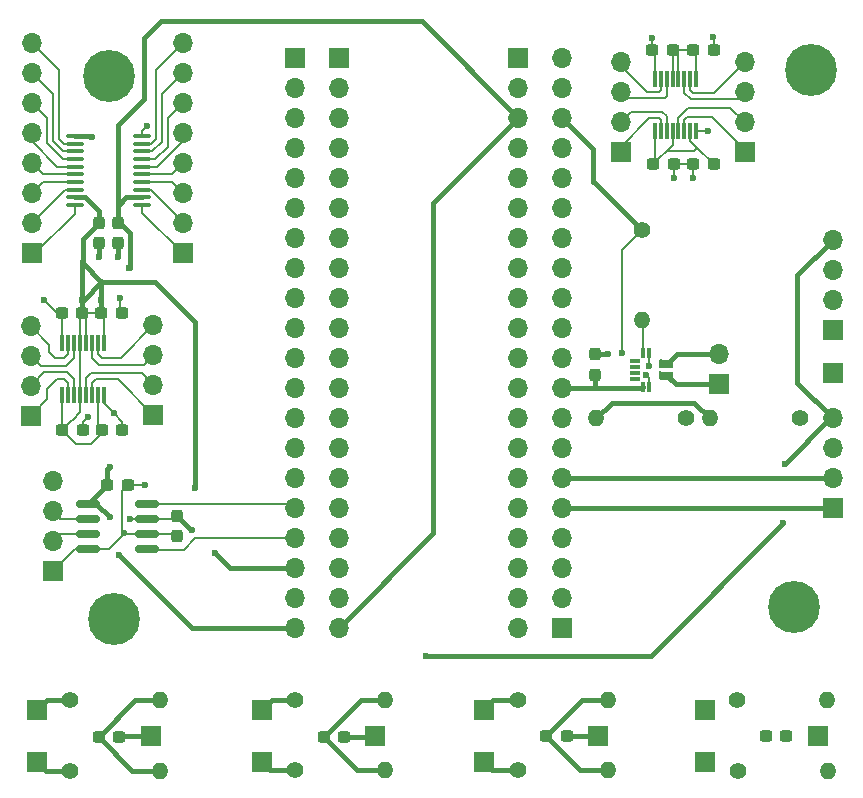
<source format=gbr>
%TF.GenerationSoftware,KiCad,Pcbnew,8.0.6*%
%TF.CreationDate,2024-12-18T15:27:07+01:00*%
%TF.ProjectId,RTR_submodule,5254525f-7375-4626-9d6f-64756c652e6b,rev?*%
%TF.SameCoordinates,Original*%
%TF.FileFunction,Copper,L1,Top*%
%TF.FilePolarity,Positive*%
%FSLAX46Y46*%
G04 Gerber Fmt 4.6, Leading zero omitted, Abs format (unit mm)*
G04 Created by KiCad (PCBNEW 8.0.6) date 2024-12-18 15:27:07*
%MOMM*%
%LPD*%
G01*
G04 APERTURE LIST*
G04 Aperture macros list*
%AMRoundRect*
0 Rectangle with rounded corners*
0 $1 Rounding radius*
0 $2 $3 $4 $5 $6 $7 $8 $9 X,Y pos of 4 corners*
0 Add a 4 corners polygon primitive as box body*
4,1,4,$2,$3,$4,$5,$6,$7,$8,$9,$2,$3,0*
0 Add four circle primitives for the rounded corners*
1,1,$1+$1,$2,$3*
1,1,$1+$1,$4,$5*
1,1,$1+$1,$6,$7*
1,1,$1+$1,$8,$9*
0 Add four rect primitives between the rounded corners*
20,1,$1+$1,$2,$3,$4,$5,0*
20,1,$1+$1,$4,$5,$6,$7,0*
20,1,$1+$1,$6,$7,$8,$9,0*
20,1,$1+$1,$8,$9,$2,$3,0*%
%AMRotRect*
0 Rectangle, with rotation*
0 The origin of the aperture is its center*
0 $1 length*
0 $2 width*
0 $3 Rotation angle, in degrees counterclockwise*
0 Add horizontal line*
21,1,$1,$2,0,0,$3*%
G04 Aperture macros list end*
%TA.AperFunction,ComponentPad*%
%ADD10C,4.400000*%
%TD*%
%TA.AperFunction,SMDPad,CuDef*%
%ADD11RoundRect,0.237500X-0.237500X0.300000X-0.237500X-0.300000X0.237500X-0.300000X0.237500X0.300000X0*%
%TD*%
%TA.AperFunction,SMDPad,CuDef*%
%ADD12RoundRect,0.237500X0.237500X-0.300000X0.237500X0.300000X-0.237500X0.300000X-0.237500X-0.300000X0*%
%TD*%
%TA.AperFunction,SMDPad,CuDef*%
%ADD13R,0.300000X1.425000*%
%TD*%
%TA.AperFunction,ComponentPad*%
%ADD14R,1.700000X1.700000*%
%TD*%
%TA.AperFunction,ComponentPad*%
%ADD15O,1.700000X1.700000*%
%TD*%
%TA.AperFunction,SMDPad,CuDef*%
%ADD16RoundRect,0.150000X0.825000X0.150000X-0.825000X0.150000X-0.825000X-0.150000X0.825000X-0.150000X0*%
%TD*%
%TA.AperFunction,ComponentPad*%
%ADD17C,1.400000*%
%TD*%
%TA.AperFunction,ComponentPad*%
%ADD18O,1.400000X1.400000*%
%TD*%
%TA.AperFunction,SMDPad,CuDef*%
%ADD19RoundRect,0.237500X0.300000X0.237500X-0.300000X0.237500X-0.300000X-0.237500X0.300000X-0.237500X0*%
%TD*%
%TA.AperFunction,SMDPad,CuDef*%
%ADD20R,1.070000X0.800000*%
%TD*%
%TA.AperFunction,SMDPad,CuDef*%
%ADD21RotRect,0.282800X0.282800X225.000000*%
%TD*%
%TA.AperFunction,SMDPad,CuDef*%
%ADD22R,0.200000X0.600000*%
%TD*%
%TA.AperFunction,SMDPad,CuDef*%
%ADD23R,0.300000X0.850000*%
%TD*%
%TA.AperFunction,SMDPad,CuDef*%
%ADD24R,0.850000X0.300000*%
%TD*%
%TA.AperFunction,SMDPad,CuDef*%
%ADD25RoundRect,0.237500X-0.300000X-0.237500X0.300000X-0.237500X0.300000X0.237500X-0.300000X0.237500X0*%
%TD*%
%TA.AperFunction,SMDPad,CuDef*%
%ADD26RoundRect,0.100000X0.637500X0.100000X-0.637500X0.100000X-0.637500X-0.100000X0.637500X-0.100000X0*%
%TD*%
%TA.AperFunction,ViaPad*%
%ADD27C,0.600000*%
%TD*%
%TA.AperFunction,Conductor*%
%ADD28C,0.400000*%
%TD*%
%TA.AperFunction,Conductor*%
%ADD29C,0.200000*%
%TD*%
G04 APERTURE END LIST*
D10*
%TO.P,H4,1,1*%
%TO.N,GND*%
X111500000Y-67500000D03*
%TD*%
%TO.P,H3,1,1*%
%TO.N,GND*%
X169500000Y-112500000D03*
%TD*%
%TO.P,H2,1,1*%
%TO.N,GND*%
X171000000Y-67000000D03*
%TD*%
%TO.P,H1,1,1*%
%TO.N,GND*%
X112000000Y-113500000D03*
%TD*%
D11*
%TO.P,M:C10,1*%
%TO.N,5V*%
X110691250Y-79962500D03*
%TO.P,M:C10,2*%
%TO.N,GND*%
X110691250Y-81687500D03*
%TD*%
D12*
%TO.P,M:C12,1*%
%TO.N,A4*%
X152700000Y-92825000D03*
%TO.P,M:C12,2*%
%TO.N,GND*%
X152700000Y-91100000D03*
%TD*%
D13*
%TO.P,U2,1,VCC*%
%TO.N,5V*%
X107600000Y-94524000D03*
%TO.P,U2,2,VOUTA*%
%TO.N,OUTA1*%
X108100000Y-94524000D03*
%TO.P,U2,3,VOUTB*%
%TO.N,OUTB1*%
X108600000Y-94524000D03*
%TO.P,U2,4,IDLSEL*%
%TO.N,5V*%
X109100000Y-94524000D03*
%TO.P,U2,5,INB*%
%TO.N,INB1*%
X109600000Y-94524000D03*
%TO.P,U2,6,INA*%
%TO.N,INA1*%
X110100000Y-94524000D03*
%TO.P,U2,7,IOVCC*%
%TO.N,5V*%
X110600000Y-94524000D03*
%TO.P,U2,8,GND*%
%TO.N,GND*%
X111100000Y-94524000D03*
%TO.P,U2,9,\u002APD*%
%TO.N,5V*%
X111100000Y-90100000D03*
%TO.P,U2,10,IND*%
%TO.N,IND1*%
X110600000Y-90100000D03*
%TO.P,U2,11,INC*%
%TO.N,INC1*%
X110100000Y-90100000D03*
%TO.P,U2,12,REF*%
%TO.N,5V*%
X109600000Y-90100000D03*
%TO.P,U2,13,REFSEL*%
X109100000Y-90100000D03*
%TO.P,U2,14,VOUTC*%
%TO.N,OUTC1*%
X108600000Y-90100000D03*
%TO.P,U2,15,VOUTD*%
%TO.N,OUTD1*%
X108100000Y-90100000D03*
%TO.P,U2,16,GND*%
%TO.N,GND*%
X107600000Y-90100000D03*
%TD*%
D14*
%TO.P,J7,1,Pin_1*%
%TO.N,Net-(J7-Pin_1)*%
X104991250Y-82525000D03*
D15*
%TO.P,J7,2,Pin_2*%
%TO.N,Net-(J7-Pin_2)*%
X104991250Y-79985000D03*
%TO.P,J7,3,Pin_3*%
%TO.N,Net-(J7-Pin_3)*%
X104991250Y-77445000D03*
%TO.P,J7,4,Pin_4*%
%TO.N,Net-(J7-Pin_4)*%
X104991250Y-74905000D03*
%TO.P,J7,5,Pin_5*%
%TO.N,Net-(J7-Pin_5)*%
X104991250Y-72365000D03*
%TO.P,J7,6,Pin_6*%
%TO.N,Net-(J7-Pin_6)*%
X104991250Y-69825000D03*
%TO.P,J7,7,Pin_7*%
%TO.N,Net-(J7-Pin_7)*%
X104991250Y-67285000D03*
%TO.P,J7,8,Pin_8*%
%TO.N,Net-(J7-Pin_8)*%
X104991250Y-64745000D03*
%TD*%
D13*
%TO.P,U3,1,VCC*%
%TO.N,5V*%
X157750000Y-72212000D03*
%TO.P,U3,2,VOUTA*%
%TO.N,OUTA2*%
X158250000Y-72212000D03*
%TO.P,U3,3,VOUTB*%
%TO.N,OUTB2*%
X158750000Y-72212000D03*
%TO.P,U3,4,IDLSEL*%
%TO.N,5V*%
X159250000Y-72212000D03*
%TO.P,U3,5,INB*%
%TO.N,INB2*%
X159750000Y-72212000D03*
%TO.P,U3,6,INA*%
%TO.N,INA2*%
X160250000Y-72212000D03*
%TO.P,U3,7,IOVCC*%
%TO.N,5V*%
X160750000Y-72212000D03*
%TO.P,U3,8,GND*%
%TO.N,GND*%
X161250000Y-72212000D03*
%TO.P,U3,9,\u002APD*%
%TO.N,5V*%
X161250000Y-67788000D03*
%TO.P,U3,10,IND*%
%TO.N,IND2*%
X160750000Y-67788000D03*
%TO.P,U3,11,INC*%
%TO.N,INC2*%
X160250000Y-67788000D03*
%TO.P,U3,12,REF*%
%TO.N,5V*%
X159750000Y-67788000D03*
%TO.P,U3,13,REFSEL*%
X159250000Y-67788000D03*
%TO.P,U3,14,VOUTC*%
%TO.N,OUTC2*%
X158750000Y-67788000D03*
%TO.P,U3,15,VOUTD*%
%TO.N,OUTD2*%
X158250000Y-67788000D03*
%TO.P,U3,16,GND*%
%TO.N,GND*%
X157750000Y-67788000D03*
%TD*%
D14*
%TO.P,CANG_J3,1,Pin_1*%
%TO.N,TER_GND3*%
X171562500Y-123400000D03*
%TD*%
D16*
%TO.P,SUB:U1,1,TXD*%
%TO.N,B9*%
X114740000Y-107540000D03*
%TO.P,SUB:U1,2,VSS*%
%TO.N,GND*%
X114740000Y-106270000D03*
%TO.P,SUB:U1,3,VDD*%
%TO.N,5V*%
X114740000Y-105000000D03*
%TO.P,SUB:U1,4,RXD*%
%TO.N,B8*%
X114740000Y-103730000D03*
%TO.P,SUB:U1,5,Vio*%
%TO.N,3V3*%
X109790000Y-103730000D03*
%TO.P,SUB:U1,6,CANL*%
%TO.N,CANL*%
X109790000Y-105000000D03*
%TO.P,SUB:U1,7,CANH*%
%TO.N,CANH*%
X109790000Y-106270000D03*
%TO.P,SUB:U1,8,STBY*%
%TO.N,GND*%
X109790000Y-107540000D03*
%TD*%
D14*
%TO.P,CANG_J1,1,Pin_1*%
%TO.N,TER_GND1*%
X134100000Y-123400000D03*
%TD*%
D17*
%TO.P,Ter_R1,1*%
%TO.N,W1*%
X127280000Y-120400000D03*
D18*
%TO.P,Ter_R1,2*%
%TO.N,Net-(C3-Pad1)*%
X134900000Y-120400000D03*
%TD*%
D17*
%TO.P,Ter_R6,1*%
%TO.N,X2*%
X164752500Y-126350000D03*
D18*
%TO.P,Ter_R6,2*%
%TO.N,Net-(C5-Pad1)*%
X172372500Y-126350000D03*
%TD*%
D14*
%TO.P,SUB:J3,1,Pin_1*%
%TO.N,OUTA1*%
X104900000Y-96300000D03*
D15*
%TO.P,SUB:J3,2,Pin_2*%
%TO.N,OUTB1*%
X104900000Y-93760000D03*
%TO.P,SUB:J3,3,Pin_3*%
%TO.N,OUTC1*%
X104900000Y-91220000D03*
%TO.P,SUB:J3,4,Pin_4*%
%TO.N,OUTD1*%
X104900000Y-88680000D03*
%TD*%
D14*
%TO.P,SUB:J2,1,Pin_1*%
%TO.N,A0*%
X172800000Y-104140000D03*
D15*
%TO.P,SUB:J2,2,Pin_2*%
%TO.N,A1*%
X172800000Y-101600000D03*
%TO.P,SUB:J2,3,Pin_3*%
%TO.N,GND*%
X172800000Y-99060000D03*
%TO.P,SUB:J2,4,Pin_4*%
%TO.N,5V*%
X172800000Y-96520000D03*
%TD*%
D17*
%TO.P,Ter_R3,1*%
%TO.N,Y1*%
X146155000Y-120400000D03*
D18*
%TO.P,Ter_R3,2*%
%TO.N,Net-(C4-Pad1)*%
X153775000Y-120400000D03*
%TD*%
D14*
%TO.P,J8,1,Pin_1*%
%TO.N,VB*%
X149900000Y-114260000D03*
D15*
%TO.P,J8,2,Pin_2*%
%TO.N,C13*%
X149900000Y-111720000D03*
%TO.P,J8,3,Pin_3*%
%TO.N,C14*%
X149900000Y-109180000D03*
%TO.P,J8,4,Pin_4*%
%TO.N,C15*%
X149900000Y-106640000D03*
%TO.P,J8,5,Pin_5*%
%TO.N,A0*%
X149900000Y-104100000D03*
%TO.P,J8,6,Pin_6*%
%TO.N,A1*%
X149900000Y-101560000D03*
%TO.P,J8,7,Pin_7*%
%TO.N,A2*%
X149900000Y-99020000D03*
%TO.P,J8,8,Pin_8*%
%TO.N,A3*%
X149900000Y-96480000D03*
%TO.P,J8,9,Pin_9*%
%TO.N,A4*%
X149900000Y-93940000D03*
%TO.P,J8,10,Pin_10*%
%TO.N,A5*%
X149900000Y-91400000D03*
%TO.P,J8,11,Pin_11*%
%TO.N,A6*%
X149900000Y-88860000D03*
%TO.P,J8,12,Pin_12*%
%TO.N,A7*%
X149900000Y-86320000D03*
%TO.P,J8,13,Pin_13*%
%TO.N,B0*%
X149900000Y-83780000D03*
%TO.P,J8,14,Pin_14*%
%TO.N,B1*%
X149900000Y-81240000D03*
%TO.P,J8,15,Pin_15*%
%TO.N,B10*%
X149900000Y-78700000D03*
%TO.P,J8,16,Pin_16*%
%TO.N,B11*%
X149900000Y-76160000D03*
%TO.P,J8,17,Pin_17*%
%TO.N,R*%
X149900000Y-73620000D03*
%TO.P,J8,18,Pin_18*%
%TO.N,3V3*%
X149900000Y-71080000D03*
%TO.P,J8,19,Pin_19*%
%TO.N,GND*%
X149900000Y-68540000D03*
%TO.P,J8,20,Pin_20*%
X149900000Y-66000000D03*
%TD*%
D19*
%TO.P,C1,1*%
%TO.N,GND*%
X113127500Y-102135000D03*
%TO.P,C1,2*%
%TO.N,3V3*%
X111402500Y-102135000D03*
%TD*%
D17*
%TO.P,Ter_R8,1*%
%TO.N,Z2*%
X108255000Y-126350000D03*
D18*
%TO.P,Ter_R8,2*%
%TO.N,Net-(C6-Pad1)*%
X115875000Y-126350000D03*
%TD*%
D20*
%TO.P,U1,1,IP+*%
%TO.N,Net-(J1-Pin_1)*%
X158820000Y-92900000D03*
D21*
X158285000Y-93100000D03*
D22*
X158185000Y-92800000D03*
D20*
%TO.P,U1,2,IP-*%
%TO.N,Net-(J1-Pin_2)*%
X158820000Y-91900000D03*
D21*
X158285000Y-91700000D03*
D22*
X158185000Y-92000000D03*
D23*
%TO.P,U1,3,GND*%
%TO.N,GND*%
X157270000Y-90950000D03*
%TO.P,U1,4,~{FAULT}*%
%TO.N,Net-(U1-~{FAULT})*%
X156770000Y-90950000D03*
D24*
%TO.P,U1,5,NC*%
%TO.N,unconnected-(U1-NC-Pad5)*%
X156070000Y-91650000D03*
%TO.P,U1,6,NC*%
%TO.N,unconnected-(U1-NC-Pad6)*%
X156070000Y-92150000D03*
%TO.P,U1,7,NC*%
%TO.N,unconnected-(U1-NC-Pad7)*%
X156070000Y-92650000D03*
%TO.P,U1,8,NC*%
%TO.N,unconnected-(U1-NC-Pad8)*%
X156070000Y-93150000D03*
D23*
%TO.P,U1,9,VIOUT*%
%TO.N,A4*%
X156770000Y-93850000D03*
%TO.P,U1,10,VCC*%
%TO.N,3V3*%
X157270000Y-93850000D03*
%TD*%
D14*
%TO.P,CANH_J2,1,Pin_1*%
%TO.N,Y1*%
X143275000Y-121200000D03*
%TD*%
D17*
%TO.P,SUB:R2,1*%
%TO.N,GND*%
X160410000Y-96500000D03*
D18*
%TO.P,SUB:R2,2*%
%TO.N,A3*%
X152790000Y-96500000D03*
%TD*%
D25*
%TO.P,M:C7,1*%
%TO.N,5V*%
X157637500Y-75000000D03*
%TO.P,M:C7,2*%
%TO.N,GND*%
X159362500Y-75000000D03*
%TD*%
D17*
%TO.P,Ter_R5,1*%
%TO.N,W2*%
X164742500Y-120400000D03*
D18*
%TO.P,Ter_R5,2*%
%TO.N,Net-(C5-Pad1)*%
X172362500Y-120400000D03*
%TD*%
D14*
%TO.P,J9,1,Pin_1*%
%TO.N,B12*%
X127300000Y-66000000D03*
D15*
%TO.P,J9,2,Pin_2*%
%TO.N,B13*%
X127300000Y-68540000D03*
%TO.P,J9,3,Pin_3*%
%TO.N,B14*%
X127300000Y-71080000D03*
%TO.P,J9,4,Pin_4*%
%TO.N,B15*%
X127300000Y-73620000D03*
%TO.P,J9,5,Pin_5*%
%TO.N,A8*%
X127300000Y-76160000D03*
%TO.P,J9,6,Pin_6*%
%TO.N,A9*%
X127300000Y-78700000D03*
%TO.P,J9,7,Pin_7*%
%TO.N,A10*%
X127300000Y-81240000D03*
%TO.P,J9,8,Pin_8*%
%TO.N,A11*%
X127300000Y-83780000D03*
%TO.P,J9,9,Pin_9*%
%TO.N,A12*%
X127300000Y-86320000D03*
%TO.P,J9,10,Pin_10*%
%TO.N,A15*%
X127300000Y-88860000D03*
%TO.P,J9,11,Pin_11*%
%TO.N,B3*%
X127300000Y-91400000D03*
%TO.P,J9,12,Pin_12*%
%TO.N,B4*%
X127300000Y-93940000D03*
%TO.P,J9,13,Pin_13*%
%TO.N,B5*%
X127300000Y-96480000D03*
%TO.P,J9,14,Pin_14*%
%TO.N,B6*%
X127300000Y-99020000D03*
%TO.P,J9,15,Pin_15*%
%TO.N,B7*%
X127300000Y-101560000D03*
%TO.P,J9,16,Pin_16*%
%TO.N,B8*%
X127300000Y-104100000D03*
%TO.P,J9,17,Pin_17*%
%TO.N,B9*%
X127300000Y-106640000D03*
%TO.P,J9,18,Pin_18*%
%TO.N,5V*%
X127300000Y-109180000D03*
%TO.P,J9,19,Pin_19*%
%TO.N,GND*%
X127300000Y-111720000D03*
%TO.P,J9,20,Pin_20*%
%TO.N,3V3*%
X127300000Y-114260000D03*
%TD*%
D17*
%TO.P,Ter_R7,1*%
%TO.N,Y2*%
X108255000Y-120400000D03*
D18*
%TO.P,Ter_R7,2*%
%TO.N,Net-(C6-Pad1)*%
X115875000Y-120400000D03*
%TD*%
D14*
%TO.P,SUB:J5,1,Pin_1*%
%TO.N,OUTA2*%
X154900000Y-74000000D03*
D15*
%TO.P,SUB:J5,2,Pin_2*%
%TO.N,OUTB2*%
X154900000Y-71460000D03*
%TO.P,SUB:J5,3,Pin_3*%
%TO.N,OUTC2*%
X154900000Y-68920000D03*
%TO.P,SUB:J5,4,Pin_4*%
%TO.N,OUTD2*%
X154900000Y-66380000D03*
%TD*%
D14*
%TO.P,J2,1,Pin_1*%
%TO.N,Net-(J2-Pin_1)*%
X172800000Y-92700000D03*
%TD*%
D25*
%TO.P,M:C6,1*%
%TO.N,5V*%
X161000000Y-65300000D03*
%TO.P,M:C6,2*%
%TO.N,GND*%
X162725000Y-65300000D03*
%TD*%
%TO.P,C3,1*%
%TO.N,Net-(C3-Pad1)*%
X129737500Y-123500000D03*
%TO.P,C3,2*%
%TO.N,TER_GND1*%
X131462500Y-123500000D03*
%TD*%
D17*
%TO.P,SUB:R3,1*%
%TO.N,3V3*%
X156700000Y-80580000D03*
D18*
%TO.P,SUB:R3,2*%
%TO.N,Net-(U1-~{FAULT})*%
X156700000Y-88200000D03*
%TD*%
D14*
%TO.P,CANL_J1,1,Pin_1*%
%TO.N,X1*%
X124500000Y-125600000D03*
%TD*%
D25*
%TO.P,M:C1,1*%
%TO.N,5V*%
X110937500Y-97500000D03*
%TO.P,M:C1,2*%
%TO.N,GND*%
X112662500Y-97500000D03*
%TD*%
D17*
%TO.P,SUB:R1,1*%
%TO.N,Net-(J2-Pin_1)*%
X170020000Y-96500000D03*
D18*
%TO.P,SUB:R1,2*%
%TO.N,A3*%
X162400000Y-96500000D03*
%TD*%
D19*
%TO.P,M:C8,1*%
%TO.N,5V*%
X162725000Y-75000000D03*
%TO.P,M:C8,2*%
%TO.N,GND*%
X161000000Y-75000000D03*
%TD*%
D26*
%TO.P,SUB:U2,1,A1*%
%TO.N,Net-(J5-Pin_1)*%
X114353750Y-78450000D03*
%TO.P,SUB:U2,2,VCCA*%
%TO.N,3V3*%
X114353750Y-77800000D03*
%TO.P,SUB:U2,3,A2*%
%TO.N,Net-(J5-Pin_2)*%
X114353750Y-77150000D03*
%TO.P,SUB:U2,4,A3*%
%TO.N,Net-(J5-Pin_3)*%
X114353750Y-76500000D03*
%TO.P,SUB:U2,5,A4*%
%TO.N,Net-(J5-Pin_4)*%
X114353750Y-75850000D03*
%TO.P,SUB:U2,6,A5*%
%TO.N,Net-(J5-Pin_5)*%
X114353750Y-75200000D03*
%TO.P,SUB:U2,7,A6*%
%TO.N,Net-(J5-Pin_6)*%
X114353750Y-74550000D03*
%TO.P,SUB:U2,8,A7*%
%TO.N,Net-(J5-Pin_7)*%
X114353750Y-73900000D03*
%TO.P,SUB:U2,9,A8*%
%TO.N,Net-(J5-Pin_8)*%
X114353750Y-73250000D03*
%TO.P,SUB:U2,10,OE*%
%TO.N,B14*%
X114353750Y-72600000D03*
%TO.P,SUB:U2,11,GND*%
%TO.N,GND*%
X108628750Y-72600000D03*
%TO.P,SUB:U2,12,B8*%
%TO.N,Net-(J7-Pin_8)*%
X108628750Y-73250000D03*
%TO.P,SUB:U2,13,B7*%
%TO.N,Net-(J7-Pin_7)*%
X108628750Y-73900000D03*
%TO.P,SUB:U2,14,B6*%
%TO.N,Net-(J7-Pin_6)*%
X108628750Y-74550000D03*
%TO.P,SUB:U2,15,B5*%
%TO.N,Net-(J7-Pin_5)*%
X108628750Y-75200000D03*
%TO.P,SUB:U2,16,B4*%
%TO.N,Net-(J7-Pin_4)*%
X108628750Y-75850000D03*
%TO.P,SUB:U2,17,B3*%
%TO.N,Net-(J7-Pin_3)*%
X108628750Y-76500000D03*
%TO.P,SUB:U2,18,B2*%
%TO.N,Net-(J7-Pin_2)*%
X108628750Y-77150000D03*
%TO.P,SUB:U2,19,VCCB*%
%TO.N,5V*%
X108628750Y-77800000D03*
%TO.P,SUB:U2,20,B1*%
%TO.N,Net-(J7-Pin_1)*%
X108628750Y-78450000D03*
%TD*%
D19*
%TO.P,M:C5,1*%
%TO.N,5V*%
X159250000Y-65300000D03*
%TO.P,M:C5,2*%
%TO.N,GND*%
X157525000Y-65300000D03*
%TD*%
D14*
%TO.P,CANH_J1,1,Pin_1*%
%TO.N,W1*%
X124500000Y-121200000D03*
%TD*%
%TO.P,CANG_J2,1,Pin_1*%
%TO.N,TER_GND2*%
X152975000Y-123400000D03*
%TD*%
D17*
%TO.P,Ter_R4,1*%
%TO.N,Z1*%
X146155000Y-126300000D03*
D18*
%TO.P,Ter_R4,2*%
%TO.N,Net-(C4-Pad1)*%
X153775000Y-126300000D03*
%TD*%
D12*
%TO.P,C2,1*%
%TO.N,GND*%
X117265000Y-106497500D03*
%TO.P,C2,2*%
%TO.N,5V*%
X117265000Y-104772500D03*
%TD*%
D17*
%TO.P,Ter_R2,1*%
%TO.N,X1*%
X127280000Y-126300000D03*
D18*
%TO.P,Ter_R2,2*%
%TO.N,Net-(C3-Pad1)*%
X134900000Y-126300000D03*
%TD*%
D14*
%TO.P,CANL_J3,1,Pin_1*%
%TO.N,X2*%
X161962500Y-125600000D03*
%TD*%
%TO.P,J1,1,Pin_1*%
%TO.N,Net-(J1-Pin_1)*%
X163200000Y-93640000D03*
D15*
%TO.P,J1,2,Pin_2*%
%TO.N,Net-(J1-Pin_2)*%
X163200000Y-91100000D03*
%TD*%
D14*
%TO.P,CANH_J3,1,Pin_1*%
%TO.N,W2*%
X161962500Y-121200000D03*
%TD*%
D25*
%TO.P,C6,1*%
%TO.N,Net-(C6-Pad1)*%
X110675000Y-123500000D03*
%TO.P,C6,2*%
%TO.N,TER_GND4*%
X112400000Y-123500000D03*
%TD*%
%TO.P,M:C4,1*%
%TO.N,5V*%
X110900000Y-87600000D03*
%TO.P,M:C4,2*%
%TO.N,GND*%
X112625000Y-87600000D03*
%TD*%
%TO.P,C4,1*%
%TO.N,Net-(C4-Pad1)*%
X148550000Y-123400000D03*
%TO.P,C4,2*%
%TO.N,TER_GND2*%
X150275000Y-123400000D03*
%TD*%
D11*
%TO.P,M:C9,1*%
%TO.N,3V3*%
X112301250Y-79962500D03*
%TO.P,M:C9,2*%
%TO.N,GND*%
X112301250Y-81687500D03*
%TD*%
D14*
%TO.P,J3,1,Pin_1*%
%TO.N,B12*%
X131000000Y-66000000D03*
D15*
%TO.P,J3,2,Pin_2*%
%TO.N,B13*%
X131000000Y-68540000D03*
%TO.P,J3,3,Pin_3*%
%TO.N,B14*%
X131000000Y-71080000D03*
%TO.P,J3,4,Pin_4*%
%TO.N,B15*%
X131000000Y-73620000D03*
%TO.P,J3,5,Pin_5*%
%TO.N,A8*%
X131000000Y-76160000D03*
%TO.P,J3,6,Pin_6*%
%TO.N,A9*%
X131000000Y-78700000D03*
%TO.P,J3,7,Pin_7*%
%TO.N,A10*%
X131000000Y-81240000D03*
%TO.P,J3,8,Pin_8*%
%TO.N,A11*%
X131000000Y-83780000D03*
%TO.P,J3,9,Pin_9*%
%TO.N,A12*%
X131000000Y-86320000D03*
%TO.P,J3,10,Pin_10*%
%TO.N,A15*%
X131000000Y-88860000D03*
%TO.P,J3,11,Pin_11*%
%TO.N,B3*%
X131000000Y-91400000D03*
%TO.P,J3,12,Pin_12*%
%TO.N,B4*%
X131000000Y-93940000D03*
%TO.P,J3,13,Pin_13*%
%TO.N,B5*%
X131000000Y-96480000D03*
%TO.P,J3,14,Pin_14*%
%TO.N,B6*%
X131000000Y-99020000D03*
%TO.P,J3,15,Pin_15*%
%TO.N,B7*%
X131000000Y-101560000D03*
%TO.P,J3,16,Pin_16*%
%TO.N,B8*%
X131000000Y-104100000D03*
%TO.P,J3,17,Pin_17*%
%TO.N,B9*%
X131000000Y-106640000D03*
%TO.P,J3,18,Pin_18*%
%TO.N,5V*%
X131000000Y-109180000D03*
%TO.P,J3,19,Pin_19*%
%TO.N,GND*%
X131000000Y-111720000D03*
%TO.P,J3,20,Pin_20*%
%TO.N,3V3*%
X131000000Y-114260000D03*
%TD*%
D25*
%TO.P,C5,1*%
%TO.N,Net-(C5-Pad1)*%
X167137500Y-123400000D03*
%TO.P,C5,2*%
%TO.N,TER_GND3*%
X168862500Y-123400000D03*
%TD*%
%TO.P,M:C2,1*%
%TO.N,5V*%
X107575000Y-97500000D03*
%TO.P,M:C2,2*%
%TO.N,GND*%
X109300000Y-97500000D03*
%TD*%
D14*
%TO.P,J5,1,Pin_1*%
%TO.N,Net-(J5-Pin_1)*%
X117791250Y-82525000D03*
D15*
%TO.P,J5,2,Pin_2*%
%TO.N,Net-(J5-Pin_2)*%
X117791250Y-79985000D03*
%TO.P,J5,3,Pin_3*%
%TO.N,Net-(J5-Pin_3)*%
X117791250Y-77445000D03*
%TO.P,J5,4,Pin_4*%
%TO.N,Net-(J5-Pin_4)*%
X117791250Y-74905000D03*
%TO.P,J5,5,Pin_5*%
%TO.N,Net-(J5-Pin_5)*%
X117791250Y-72365000D03*
%TO.P,J5,6,Pin_6*%
%TO.N,Net-(J5-Pin_6)*%
X117791250Y-69825000D03*
%TO.P,J5,7,Pin_7*%
%TO.N,Net-(J5-Pin_7)*%
X117791250Y-67285000D03*
%TO.P,J5,8,Pin_8*%
%TO.N,Net-(J5-Pin_8)*%
X117791250Y-64745000D03*
%TD*%
D14*
%TO.P,SUB:J1,1,Pin_1*%
%TO.N,A6*%
X172800000Y-89000000D03*
D15*
%TO.P,SUB:J1,2,Pin_2*%
%TO.N,A7*%
X172800000Y-86460000D03*
%TO.P,SUB:J1,3,Pin_3*%
%TO.N,GND*%
X172800000Y-83920000D03*
%TO.P,SUB:J1,4,Pin_4*%
%TO.N,5V*%
X172800000Y-81380000D03*
%TD*%
D19*
%TO.P,M:C3,1*%
%TO.N,5V*%
X109262500Y-87600000D03*
%TO.P,M:C3,2*%
%TO.N,GND*%
X107537500Y-87600000D03*
%TD*%
D14*
%TO.P,SUB:J7,1,Pin_1*%
%TO.N,GND*%
X106765000Y-109435000D03*
D15*
%TO.P,SUB:J7,2,Pin_2*%
%TO.N,CANH*%
X106765000Y-106895000D03*
%TO.P,SUB:J7,3,Pin_3*%
%TO.N,CANL*%
X106765000Y-104355000D03*
%TO.P,SUB:J7,4,Pin_4*%
%TO.N,5V*%
X106765000Y-101815000D03*
%TD*%
D14*
%TO.P,SUB:J4,1,Pin_1*%
%TO.N,INA1*%
X115300000Y-96240000D03*
D15*
%TO.P,SUB:J4,2,Pin_2*%
%TO.N,INB1*%
X115300000Y-93700000D03*
%TO.P,SUB:J4,3,Pin_3*%
%TO.N,INC1*%
X115300000Y-91160000D03*
%TO.P,SUB:J4,4,Pin_4*%
%TO.N,IND1*%
X115300000Y-88620000D03*
%TD*%
D14*
%TO.P,CANL_J4,1,Pin_1*%
%TO.N,Z2*%
X105475000Y-125600000D03*
%TD*%
%TO.P,J4,1,Pin_1*%
%TO.N,GND*%
X146200000Y-66000000D03*
D15*
%TO.P,J4,2,Pin_2*%
X146200000Y-68540000D03*
%TO.P,J4,3,Pin_3*%
%TO.N,3V3*%
X146200000Y-71080000D03*
%TO.P,J4,4,Pin_4*%
%TO.N,R*%
X146200000Y-73620000D03*
%TO.P,J4,5,Pin_5*%
%TO.N,B11*%
X146200000Y-76160000D03*
%TO.P,J4,6,Pin_6*%
%TO.N,B10*%
X146200000Y-78700000D03*
%TO.P,J4,7,Pin_7*%
%TO.N,B1*%
X146200000Y-81240000D03*
%TO.P,J4,8,Pin_8*%
%TO.N,B0*%
X146200000Y-83780000D03*
%TO.P,J4,9,Pin_9*%
%TO.N,A7*%
X146200000Y-86320000D03*
%TO.P,J4,10,Pin_10*%
%TO.N,A6*%
X146200000Y-88860000D03*
%TO.P,J4,11,Pin_11*%
%TO.N,A5*%
X146200000Y-91400000D03*
%TO.P,J4,12,Pin_12*%
%TO.N,A4*%
X146200000Y-93940000D03*
%TO.P,J4,13,Pin_13*%
%TO.N,A3*%
X146200000Y-96480000D03*
%TO.P,J4,14,Pin_14*%
%TO.N,A2*%
X146200000Y-99020000D03*
%TO.P,J4,15,Pin_15*%
%TO.N,A1*%
X146200000Y-101560000D03*
%TO.P,J4,16,Pin_16*%
%TO.N,A0*%
X146200000Y-104100000D03*
%TO.P,J4,17,Pin_17*%
%TO.N,C15*%
X146200000Y-106640000D03*
%TO.P,J4,18,Pin_18*%
%TO.N,C14*%
X146200000Y-109180000D03*
%TO.P,J4,19,Pin_19*%
%TO.N,C13*%
X146200000Y-111720000D03*
%TO.P,J4,20,Pin_20*%
%TO.N,VB*%
X146200000Y-114260000D03*
%TD*%
D14*
%TO.P,CANG_J4,1,Pin_1*%
%TO.N,TER_GND4*%
X115075000Y-123400000D03*
%TD*%
%TO.P,CANH_J4,1,Pin_1*%
%TO.N,Y2*%
X105475000Y-121200000D03*
%TD*%
%TO.P,CANL_J2,1,Pin_1*%
%TO.N,Z1*%
X143275000Y-125600000D03*
%TD*%
%TO.P,SUB:J6,1,Pin_1*%
%TO.N,INA2*%
X165400000Y-74000000D03*
D15*
%TO.P,SUB:J6,2,Pin_2*%
%TO.N,INB2*%
X165400000Y-71460000D03*
%TO.P,SUB:J6,3,Pin_3*%
%TO.N,INC2*%
X165400000Y-68920000D03*
%TO.P,SUB:J6,4,Pin_4*%
%TO.N,IND2*%
X165400000Y-66380000D03*
%TD*%
D27*
%TO.N,GND*%
X111961500Y-96100000D03*
X112500000Y-86300000D03*
X112781250Y-106218750D03*
X106061500Y-86500000D03*
X109761500Y-96400000D03*
X110091250Y-72725000D03*
X153800000Y-91100000D03*
X112291250Y-82825000D03*
X110691250Y-82825000D03*
X162700000Y-64200000D03*
X161000000Y-76200000D03*
X162250000Y-72212000D03*
X157500000Y-64300000D03*
X159400000Y-76200000D03*
X157300000Y-92100000D03*
X114600000Y-102200000D03*
%TO.N,3V3*%
X111600000Y-100600000D03*
X156993482Y-92838949D03*
X112400000Y-108100000D03*
X155000000Y-91000000D03*
X111600000Y-104900000D03*
X113261500Y-83800000D03*
%TO.N,5V*%
X109300000Y-83400000D03*
X118600000Y-106000000D03*
X168600000Y-105400000D03*
X113300000Y-105000000D03*
X110900000Y-85000000D03*
X138400000Y-116600000D03*
X120500000Y-107900000D03*
X168750000Y-100350000D03*
X118800000Y-102400000D03*
X110900000Y-86500000D03*
X109262500Y-86500000D03*
%TO.N,B14*%
X114791250Y-71725000D03*
%TD*%
D28*
%TO.N,3V3*%
X152620000Y-76500000D02*
X156700000Y-80580000D01*
X152500000Y-76500000D02*
X152620000Y-76500000D01*
X152500000Y-73680000D02*
X152500000Y-76500000D01*
X149900000Y-71080000D02*
X152500000Y-73680000D01*
X149900000Y-71500000D02*
X149900000Y-71080000D01*
X114500000Y-64300000D02*
X115900000Y-62900000D01*
X138020000Y-62900000D02*
X146200000Y-71080000D01*
X114500000Y-69500000D02*
X114500000Y-64300000D01*
X112301250Y-71698750D02*
X114500000Y-69500000D01*
X112301250Y-79962500D02*
X112301250Y-71698750D01*
X115900000Y-62900000D02*
X138020000Y-62900000D01*
%TO.N,GND*%
X108628750Y-72600000D02*
X109966250Y-72600000D01*
D29*
X111562500Y-107540000D02*
X112832500Y-106270000D01*
X161250000Y-72212000D02*
X162250000Y-72212000D01*
D28*
X110691250Y-81687500D02*
X110691250Y-82825000D01*
D29*
X112662500Y-96801000D02*
X112662500Y-97500000D01*
X112600000Y-102662500D02*
X112600000Y-106037500D01*
D28*
X152700000Y-91100000D02*
X153800000Y-91100000D01*
D29*
X111961500Y-96100000D02*
X112662500Y-96801000D01*
X111100000Y-95238500D02*
X111961500Y-96100000D01*
X157525000Y-65300000D02*
X157750000Y-65525000D01*
X107600000Y-87662500D02*
X107537500Y-87600000D01*
X157525000Y-64325000D02*
X157500000Y-64300000D01*
X112600000Y-106037500D02*
X112781250Y-106218750D01*
D28*
X112301250Y-81687500D02*
X112301250Y-82815000D01*
D29*
X157525000Y-65300000D02*
X157525000Y-64325000D01*
X107161500Y-87600000D02*
X106061500Y-86500000D01*
X117037500Y-106270000D02*
X114740000Y-106270000D01*
X109300000Y-96861500D02*
X109761500Y-96400000D01*
X107537500Y-87600000D02*
X107161500Y-87600000D01*
X161000000Y-75000000D02*
X159362500Y-75000000D01*
X157750000Y-65525000D02*
X157750000Y-67788000D01*
X157270000Y-92070000D02*
X157300000Y-92100000D01*
D28*
X112301250Y-82815000D02*
X112291250Y-82825000D01*
D29*
X111100000Y-94524000D02*
X111100000Y-95238500D01*
X112832500Y-106270000D02*
X114740000Y-106270000D01*
X159362500Y-75000000D02*
X159362500Y-76162500D01*
X107600000Y-90100000D02*
X107600000Y-87662500D01*
X161000000Y-75000000D02*
X161000000Y-76200000D01*
X109790000Y-107540000D02*
X111562500Y-107540000D01*
X117265000Y-106497500D02*
X117037500Y-106270000D01*
X113127500Y-102135000D02*
X112600000Y-102662500D01*
X113127500Y-102135000D02*
X114535000Y-102135000D01*
X112781250Y-106218750D02*
X112832500Y-106270000D01*
X162725000Y-64225000D02*
X162700000Y-64200000D01*
X157270000Y-90950000D02*
X157270000Y-92070000D01*
X159362500Y-76162500D02*
X159400000Y-76200000D01*
X108660000Y-107540000D02*
X106765000Y-109435000D01*
X162725000Y-65300000D02*
X162725000Y-64225000D01*
X109300000Y-97500000D02*
X109300000Y-96861500D01*
X114535000Y-102135000D02*
X114600000Y-102200000D01*
X109790000Y-107540000D02*
X108660000Y-107540000D01*
X112500000Y-87475000D02*
X112625000Y-87600000D01*
D28*
X109966250Y-72600000D02*
X110091250Y-72725000D01*
D29*
X112500000Y-86300000D02*
X112500000Y-87475000D01*
D28*
%TO.N,3V3*%
X109790000Y-103730000D02*
X110430000Y-103730000D01*
X111402500Y-102135000D02*
X111402500Y-100797500D01*
X139000000Y-106260000D02*
X139000000Y-78280000D01*
X139000000Y-78280000D02*
X146200000Y-71080000D01*
D29*
X155000000Y-91000000D02*
X155000000Y-82280000D01*
D28*
X113300000Y-80800000D02*
X112462500Y-79962500D01*
X118560000Y-114260000D02*
X112400000Y-108100000D01*
X113001250Y-77800000D02*
X114353750Y-77800000D01*
X127300000Y-114260000D02*
X118560000Y-114260000D01*
X113300000Y-83761500D02*
X113300000Y-80800000D01*
D29*
X156993482Y-92838949D02*
X157220000Y-93065467D01*
D28*
X111402500Y-102135000D02*
X111385000Y-102135000D01*
X112462500Y-79962500D02*
X112301250Y-79962500D01*
X110430000Y-103730000D02*
X111600000Y-104900000D01*
X111385000Y-102135000D02*
X109790000Y-103730000D01*
D29*
X155000000Y-82280000D02*
X156700000Y-80580000D01*
D28*
X112301250Y-78500000D02*
X113001250Y-77800000D01*
X113261500Y-83800000D02*
X113300000Y-83761500D01*
X111402500Y-100797500D02*
X111600000Y-100600000D01*
D29*
X157220000Y-93065467D02*
X157220000Y-93800000D01*
D28*
X131000000Y-114260000D02*
X139000000Y-106260000D01*
D29*
X157220000Y-93800000D02*
X157270000Y-93850000D01*
D28*
%TO.N,5V*%
X109300000Y-81353750D02*
X109300000Y-83400000D01*
D29*
X109100000Y-87762500D02*
X109100000Y-90100000D01*
D28*
X118600000Y-106000000D02*
X118492500Y-106000000D01*
X169800000Y-84380000D02*
X172800000Y-81380000D01*
D29*
X110900000Y-87600000D02*
X109262500Y-87600000D01*
X109262500Y-87600000D02*
X109100000Y-87762500D01*
X107600000Y-95800000D02*
X107575000Y-95825000D01*
X107575000Y-95825000D02*
X107575000Y-97500000D01*
D28*
X110900000Y-85000000D02*
X115400000Y-85000000D01*
D29*
X110937500Y-97500000D02*
X110937500Y-97762500D01*
D28*
X169800000Y-93520000D02*
X169800000Y-84380000D01*
D29*
X111100000Y-90100000D02*
X111100000Y-87800000D01*
D28*
X109400000Y-86500000D02*
X110900000Y-85000000D01*
D29*
X113300000Y-105000000D02*
X114740000Y-105000000D01*
X160750000Y-72212000D02*
X160750000Y-73025000D01*
D28*
X168750000Y-100350000D02*
X172580000Y-96520000D01*
D29*
X111100000Y-87800000D02*
X110900000Y-87600000D01*
X158768750Y-73868750D02*
X161031250Y-73868750D01*
D28*
X110900000Y-86500000D02*
X110900000Y-85000000D01*
D29*
X110937500Y-97500000D02*
X110600000Y-97162500D01*
X108437500Y-96637500D02*
X107575000Y-97500000D01*
D28*
X118800000Y-102400000D02*
X118800000Y-102300000D01*
X110691250Y-78965122D02*
X109526128Y-77800000D01*
D29*
X117265000Y-104772500D02*
X117372500Y-104772500D01*
X109600000Y-87937500D02*
X109262500Y-87600000D01*
X108775000Y-98700000D02*
X107575000Y-97500000D01*
D28*
X109262500Y-86500000D02*
X109262500Y-87600000D01*
D29*
X161312500Y-73587500D02*
X162725000Y-75000000D01*
D28*
X110691250Y-79962500D02*
X109300000Y-81353750D01*
X118800000Y-88400000D02*
X118800000Y-102400000D01*
X121780000Y-109180000D02*
X127300000Y-109180000D01*
D29*
X161000000Y-65300000D02*
X159250000Y-65300000D01*
D28*
X172800000Y-96520000D02*
X169800000Y-93520000D01*
D29*
X109100000Y-94524000D02*
X109100000Y-90100000D01*
X159750000Y-65800000D02*
X159250000Y-65300000D01*
X160750000Y-73025000D02*
X161312500Y-73587500D01*
X108450000Y-96637500D02*
X108437500Y-96637500D01*
X110937500Y-97762500D02*
X110000000Y-98700000D01*
D28*
X157400000Y-116600000D02*
X168600000Y-105400000D01*
D29*
X159250000Y-72212000D02*
X159250000Y-73387500D01*
D28*
X172580000Y-96520000D02*
X172800000Y-96520000D01*
D29*
X107600000Y-94524000D02*
X107600000Y-95800000D01*
X109100000Y-94524000D02*
X109100000Y-95987500D01*
D28*
X115400000Y-85000000D02*
X118800000Y-88400000D01*
D29*
X161031250Y-73868750D02*
X161312500Y-73587500D01*
X157750000Y-72212000D02*
X157750000Y-74887500D01*
D28*
X118492500Y-106000000D02*
X117265000Y-104772500D01*
X109262500Y-86500000D02*
X109400000Y-86500000D01*
D29*
X161250000Y-67788000D02*
X161250000Y-65550000D01*
D28*
X109262500Y-83437500D02*
X109262500Y-86500000D01*
D29*
X157750000Y-74887500D02*
X157637500Y-75000000D01*
D28*
X109300000Y-83400000D02*
X110900000Y-85000000D01*
X109300000Y-83400000D02*
X109262500Y-83437500D01*
X110900000Y-87600000D02*
X110900000Y-86500000D01*
D29*
X110600000Y-97162500D02*
X110600000Y-94524000D01*
X117037500Y-105000000D02*
X114740000Y-105000000D01*
X159250000Y-67788000D02*
X159250000Y-65300000D01*
D28*
X110691250Y-79962500D02*
X110691250Y-78965122D01*
D29*
X117265000Y-104772500D02*
X117037500Y-105000000D01*
X159250000Y-73387500D02*
X157637500Y-75000000D01*
X159750000Y-67788000D02*
X159750000Y-65800000D01*
D28*
X109526128Y-77800000D02*
X108628750Y-77800000D01*
D29*
X161250000Y-65550000D02*
X161000000Y-65300000D01*
X110000000Y-98700000D02*
X108775000Y-98700000D01*
X109100000Y-95987500D02*
X108450000Y-96637500D01*
X109600000Y-90100000D02*
X109600000Y-87937500D01*
D28*
X120500000Y-107900000D02*
X121780000Y-109180000D01*
X138400000Y-116600000D02*
X157400000Y-116600000D01*
D29*
%TO.N,B8*%
X114740000Y-103730000D02*
X114815000Y-103655000D01*
X130555000Y-103655000D02*
X131000000Y-104100000D01*
X114740000Y-103730000D02*
X126930000Y-103730000D01*
X126930000Y-103730000D02*
X127300000Y-104100000D01*
%TO.N,B14*%
X114353750Y-72600000D02*
X114353750Y-72162500D01*
X114353750Y-72162500D02*
X114791250Y-71725000D01*
%TO.N,B9*%
X114835000Y-107635000D02*
X117865000Y-107635000D01*
X114740000Y-107540000D02*
X114835000Y-107635000D01*
X117865000Y-107635000D02*
X118860000Y-106640000D01*
X118860000Y-106640000D02*
X127300000Y-106640000D01*
%TO.N,B11*%
X146240000Y-76160000D02*
X146400000Y-76000000D01*
D28*
%TO.N,A3*%
X161100000Y-95200000D02*
X162400000Y-96500000D01*
X152790000Y-96500000D02*
X154090000Y-95200000D01*
X154090000Y-95200000D02*
X161100000Y-95200000D01*
%TO.N,A1*%
X149940000Y-101600000D02*
X149900000Y-101560000D01*
X172800000Y-101600000D02*
X149940000Y-101600000D01*
%TO.N,A0*%
X172800000Y-104140000D02*
X149940000Y-104140000D01*
X149940000Y-104140000D02*
X149900000Y-104100000D01*
%TO.N,A7*%
X172660000Y-86320000D02*
X172800000Y-86460000D01*
%TO.N,A4*%
X152700000Y-92825000D02*
X152700000Y-93840000D01*
X156630000Y-93940000D02*
X156720000Y-93850000D01*
X152700000Y-93840000D02*
X152600000Y-93940000D01*
X152600000Y-93940000D02*
X156630000Y-93940000D01*
X149900000Y-93940000D02*
X152600000Y-93940000D01*
D29*
X156770000Y-93850000D02*
X156680000Y-93940000D01*
%TO.N,Net-(J5-Pin_5)*%
X117791250Y-73025000D02*
X115616250Y-75200000D01*
X115616250Y-75200000D02*
X114353750Y-75200000D01*
X117791250Y-72365000D02*
X117791250Y-73025000D01*
%TO.N,Net-(J5-Pin_1)*%
X117791250Y-82525000D02*
X114353750Y-79087500D01*
X114353750Y-79087500D02*
X114353750Y-78450000D01*
%TO.N,Net-(J5-Pin_2)*%
X117791250Y-79850001D02*
X117791250Y-79985000D01*
X114353750Y-77150000D02*
X115091249Y-77150000D01*
X115091249Y-77150000D02*
X117791250Y-79850001D01*
%TO.N,Net-(J5-Pin_3)*%
X117791250Y-77445000D02*
X116846250Y-76500000D01*
X116846250Y-76500000D02*
X114353750Y-76500000D01*
%TO.N,Net-(J5-Pin_7)*%
X115216250Y-73900000D02*
X114353750Y-73900000D01*
X115991250Y-69085000D02*
X115991250Y-73125000D01*
X115991250Y-73125000D02*
X115216250Y-73900000D01*
X117791250Y-67285000D02*
X115991250Y-69085000D01*
%TO.N,Net-(J5-Pin_8)*%
X115091249Y-73250000D02*
X115491250Y-72849999D01*
X114353750Y-73250000D02*
X115091249Y-73250000D01*
X115491250Y-67045000D02*
X117791250Y-64745000D01*
X115491250Y-72849999D02*
X115491250Y-67045000D01*
%TO.N,Net-(J5-Pin_4)*%
X116846250Y-75850000D02*
X114353750Y-75850000D01*
X117791250Y-74905000D02*
X116846250Y-75850000D01*
%TO.N,Net-(J5-Pin_6)*%
X117791250Y-69825000D02*
X116491250Y-71125000D01*
X116491250Y-73525000D02*
X115466250Y-74550000D01*
X115466250Y-74550000D02*
X114353750Y-74550000D01*
X116491250Y-71125000D02*
X116491250Y-73525000D01*
%TO.N,Net-(J7-Pin_5)*%
X104991250Y-73025000D02*
X104991250Y-72365000D01*
X107166250Y-75200000D02*
X104991250Y-73025000D01*
X108628750Y-75200000D02*
X107166250Y-75200000D01*
%TO.N,Net-(J7-Pin_7)*%
X108628750Y-73900000D02*
X107666250Y-73900000D01*
X106791250Y-69085000D02*
X104991250Y-67285000D01*
X107666250Y-73900000D02*
X106791250Y-73025000D01*
X106791250Y-73025000D02*
X106791250Y-69085000D01*
%TO.N,Net-(J7-Pin_8)*%
X107291250Y-67045000D02*
X104991250Y-64745000D01*
X107291250Y-72825000D02*
X107291250Y-67045000D01*
X107716250Y-73250000D02*
X107291250Y-72825000D01*
X108628750Y-73250000D02*
X107716250Y-73250000D01*
%TO.N,Net-(J7-Pin_6)*%
X107616250Y-74550000D02*
X106291250Y-73225000D01*
X108628750Y-74550000D02*
X107616250Y-74550000D01*
X106291250Y-71125000D02*
X104991250Y-69825000D01*
X106291250Y-73225000D02*
X106291250Y-71125000D01*
%TO.N,Net-(J7-Pin_1)*%
X108628750Y-79187500D02*
X105291250Y-82525000D01*
X108628750Y-78450000D02*
X108628750Y-79187500D01*
X105291250Y-82525000D02*
X104991250Y-82525000D01*
%TO.N,Net-(J7-Pin_3)*%
X105936250Y-76500000D02*
X104991250Y-77445000D01*
X108628750Y-76500000D02*
X105936250Y-76500000D01*
%TO.N,Net-(J7-Pin_4)*%
X108628750Y-75850000D02*
X105936250Y-75850000D01*
X105936250Y-75850000D02*
X104991250Y-74905000D01*
%TO.N,Net-(J7-Pin_2)*%
X108628750Y-77150000D02*
X107826250Y-77150000D01*
X107826250Y-77150000D02*
X104991250Y-79985000D01*
%TO.N,Net-(U1-~{FAULT})*%
X156700000Y-88300000D02*
X156770000Y-88370000D01*
X156770000Y-88370000D02*
X156770000Y-90950000D01*
X156700000Y-88200000D02*
X156700000Y-88300000D01*
%TO.N,OUTB1*%
X106060000Y-92600000D02*
X104900000Y-93760000D01*
X108600000Y-93200000D02*
X108000000Y-92600000D01*
X108000000Y-92600000D02*
X106060000Y-92600000D01*
X108600000Y-94524000D02*
X108600000Y-93200000D01*
%TO.N,OUTA1*%
X106300000Y-94000000D02*
X106300000Y-94900000D01*
X107100000Y-93200000D02*
X106300000Y-94000000D01*
X108100000Y-93561500D02*
X107738500Y-93200000D01*
X106300000Y-94900000D02*
X104900000Y-96300000D01*
X107738500Y-93200000D02*
X107100000Y-93200000D01*
X108100000Y-94524000D02*
X108100000Y-93561500D01*
%TO.N,OUTC1*%
X105780000Y-92100000D02*
X104900000Y-91220000D01*
X108600000Y-91400000D02*
X107900000Y-92100000D01*
X108600000Y-90100000D02*
X108600000Y-91400000D01*
X107900000Y-92100000D02*
X105780000Y-92100000D01*
%TO.N,OUTD1*%
X106500000Y-90280000D02*
X106500000Y-90900000D01*
X108100000Y-91062500D02*
X108100000Y-90100000D01*
X107000000Y-91400000D02*
X107762500Y-91400000D01*
X106500000Y-90900000D02*
X107000000Y-91400000D01*
X104900000Y-88680000D02*
X106500000Y-90280000D01*
X107762500Y-91400000D02*
X108100000Y-91062500D01*
%TO.N,INA1*%
X112260000Y-93200000D02*
X115300000Y-96240000D01*
X110461500Y-93200000D02*
X112260000Y-93200000D01*
X110100000Y-94524000D02*
X110100000Y-93561500D01*
X110100000Y-93561500D02*
X110461500Y-93200000D01*
%TO.N,INC1*%
X110700000Y-92000000D02*
X114460000Y-92000000D01*
X110100000Y-91400000D02*
X110700000Y-92000000D01*
X110100000Y-90100000D02*
X110100000Y-91400000D01*
X114460000Y-92000000D02*
X115300000Y-91160000D01*
%TO.N,INB1*%
X109600000Y-94524000D02*
X109600000Y-93100000D01*
X114300000Y-92700000D02*
X115300000Y-93700000D01*
X109600000Y-93100000D02*
X110000000Y-92700000D01*
X110000000Y-92700000D02*
X114300000Y-92700000D01*
%TO.N,IND1*%
X110600000Y-91062500D02*
X110937500Y-91400000D01*
X110937500Y-91400000D02*
X112520000Y-91400000D01*
X110600000Y-90100000D02*
X110600000Y-91062500D01*
X112520000Y-91400000D02*
X115300000Y-88620000D01*
%TO.N,OUTA2*%
X158250000Y-71249500D02*
X158250000Y-72212000D01*
X157300000Y-71100000D02*
X158100500Y-71100000D01*
X158100500Y-71100000D02*
X158250000Y-71249500D01*
X154900000Y-73500000D02*
X157300000Y-71100000D01*
X154900000Y-74000000D02*
X154900000Y-73500000D01*
%TO.N,OUTC2*%
X155380000Y-69400000D02*
X158600000Y-69400000D01*
X154900000Y-68920000D02*
X155380000Y-69400000D01*
X158750000Y-69250000D02*
X158750000Y-67788000D01*
X158600000Y-69400000D02*
X158750000Y-69250000D01*
%TO.N,OUTD2*%
X154900000Y-66380000D02*
X154900000Y-66700000D01*
X158250000Y-68750500D02*
X158250000Y-67788000D01*
X157100000Y-68900000D02*
X158100500Y-68900000D01*
X154900000Y-66700000D02*
X157100000Y-68900000D01*
X158100500Y-68900000D02*
X158250000Y-68750500D01*
%TO.N,OUTB2*%
X155760000Y-70600000D02*
X158400000Y-70600000D01*
X158750000Y-70950000D02*
X158750000Y-72212000D01*
X158400000Y-70600000D02*
X158750000Y-70950000D01*
X154900000Y-71460000D02*
X155760000Y-70600000D01*
%TO.N,INB2*%
X160600000Y-70200000D02*
X159750000Y-71050000D01*
X164140000Y-70200000D02*
X160600000Y-70200000D01*
X165400000Y-71460000D02*
X164140000Y-70200000D01*
X159750000Y-71050000D02*
X159750000Y-72212000D01*
%TO.N,INC2*%
X160250000Y-67788000D02*
X160250000Y-68950000D01*
X164820000Y-69500000D02*
X165400000Y-68920000D01*
X160800000Y-69500000D02*
X164820000Y-69500000D01*
X160250000Y-68950000D02*
X160800000Y-69500000D01*
%TO.N,INA2*%
X160250000Y-72212000D02*
X160250000Y-71250000D01*
X160250000Y-71250000D02*
X160500000Y-71000000D01*
X160500000Y-71000000D02*
X162600000Y-71000000D01*
X165400000Y-73800000D02*
X165400000Y-74000000D01*
X162600000Y-71000000D02*
X165400000Y-73800000D01*
%TO.N,IND2*%
X160750000Y-68750000D02*
X160750000Y-67788000D01*
X161000000Y-69000000D02*
X160750000Y-68750000D01*
X162780000Y-69000000D02*
X161000000Y-69000000D01*
X165400000Y-66380000D02*
X162780000Y-69000000D01*
%TO.N,CANL*%
X106765000Y-104355000D02*
X107410000Y-105000000D01*
X107410000Y-105000000D02*
X109790000Y-105000000D01*
%TO.N,CANH*%
X107390000Y-106270000D02*
X109790000Y-106270000D01*
X106765000Y-106895000D02*
X107390000Y-106270000D01*
D28*
%TO.N,TER_GND1*%
X134000000Y-123500000D02*
X134100000Y-123400000D01*
X131462500Y-123500000D02*
X134000000Y-123500000D01*
%TO.N,TER_GND2*%
X150275000Y-123400000D02*
X152975000Y-123400000D01*
%TO.N,TER_GND4*%
X115075000Y-123400000D02*
X112500000Y-123400000D01*
X112500000Y-123400000D02*
X112400000Y-123500000D01*
%TO.N,W1*%
X125300000Y-120400000D02*
X127280000Y-120400000D01*
X124500000Y-121200000D02*
X125300000Y-120400000D01*
%TO.N,X1*%
X124500000Y-125600000D02*
X125200000Y-126300000D01*
X125200000Y-126300000D02*
X127280000Y-126300000D01*
%TO.N,Y1*%
X146155000Y-120400000D02*
X144075000Y-120400000D01*
X144075000Y-120400000D02*
X143275000Y-121200000D01*
%TO.N,Z1*%
X143975000Y-126300000D02*
X143275000Y-125600000D01*
X146155000Y-126300000D02*
X143975000Y-126300000D01*
%TO.N,Y2*%
X106275000Y-120400000D02*
X108255000Y-120400000D01*
X105475000Y-121200000D02*
X106275000Y-120400000D01*
%TO.N,Z2*%
X106225000Y-126350000D02*
X108255000Y-126350000D01*
X105475000Y-125600000D02*
X106225000Y-126350000D01*
%TO.N,Net-(J1-Pin_2)*%
X159620000Y-91100000D02*
X163200000Y-91100000D01*
X158820000Y-91900000D02*
X159620000Y-91100000D01*
%TO.N,Net-(J1-Pin_1)*%
X159560000Y-93640000D02*
X163200000Y-93640000D01*
X158820000Y-92900000D02*
X159560000Y-93640000D01*
%TO.N,Net-(C3-Pad1)*%
X134900000Y-126300000D02*
X132537500Y-126300000D01*
X132837500Y-120400000D02*
X129737500Y-123500000D01*
X134900000Y-120400000D02*
X132837500Y-120400000D01*
X132537500Y-126300000D02*
X129737500Y-123500000D01*
%TO.N,Net-(C4-Pad1)*%
X151550000Y-120400000D02*
X153775000Y-120400000D01*
X148550000Y-123400000D02*
X151450000Y-126300000D01*
X151450000Y-126300000D02*
X153775000Y-126300000D01*
X148550000Y-123400000D02*
X151550000Y-120400000D01*
%TO.N,Net-(C6-Pad1)*%
X115875000Y-126350000D02*
X113525000Y-126350000D01*
X115875000Y-120400000D02*
X113775000Y-120400000D01*
X113525000Y-126350000D02*
X110675000Y-123500000D01*
X113775000Y-120400000D02*
X110675000Y-123500000D01*
%TD*%
M02*

</source>
